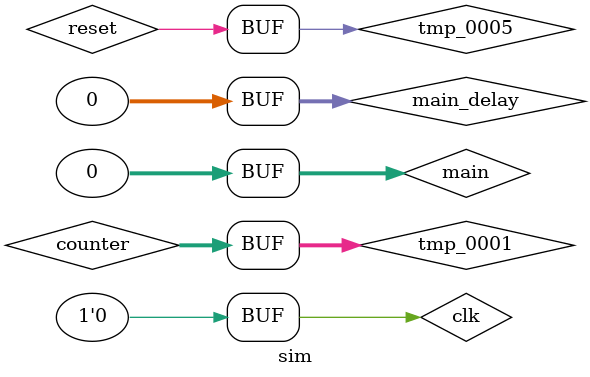
<source format=v>
module sim
(

);


  reg  clk = 1'b0;
  reg  reset = 1'b0;
  reg signed [32-1 : 0] counter = 0;
  parameter main_IDLE = 32'd0;
  parameter main_S0 = 32'd1;
  reg [31:0] main = main_IDLE;
  reg signed [32-1 : 0] main_delay = 0;
  wire signed [32-1 : 0] tmp_0001;
  wire  tmp_0002;
  wire  tmp_0003;
  wire  tmp_0004;
  wire  tmp_0005;



  assign tmp_0001 = counter + 1;
  assign tmp_0002 = counter > 3 ? 1'b1 : 1'b0;
  assign tmp_0003 = counter < 8 ? 1'b1 : 1'b0;
  assign tmp_0004 = tmp_0002 && tmp_0003;
  assign tmp_0005 = tmp_0004 == 1'b1 ? 1'b1 : 1'b0;

  always begin
  // state main = main_IDLE
  #10
  main <= main_S0;
  // state main = main_S0
  #10
  main <= main_IDLE;
  end


  always @(main) begin
     if (main == main_IDLE) begin
      clk <= 1'b0;
    end else if (main == main_S0) begin
      clk <= 1'b1;
    end
  end

  always @(main) begin
    reset <= tmp_0005;
  end

  always @(main) begin
     if (main == main_IDLE) begin
      counter <= tmp_0001;
    end else if (main == main_S0) begin
      counter <= tmp_0001;
    end
  end



endmodule

</source>
